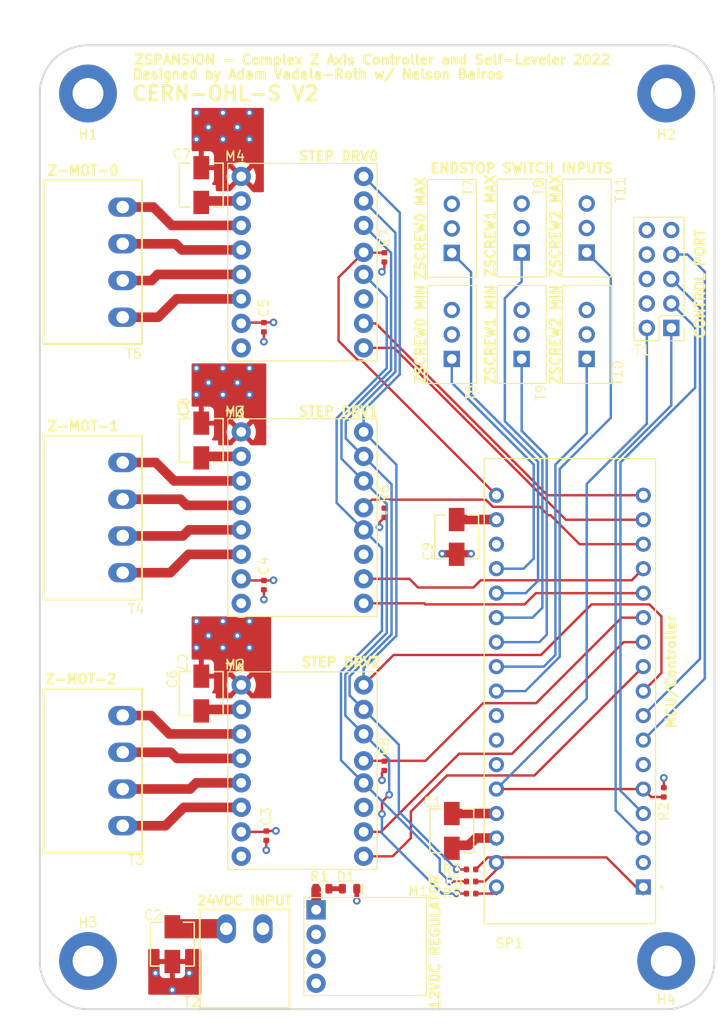
<source format=kicad_pcb>
(kicad_pcb (version 20211014) (generator pcbnew)
  (layers (0 "F.Cu" signal) (1 "In1.Cu" signal) (2 "In2.Cu" signal) (31 "B.Cu" signal) (34 "B.Paste" user) (35 "F.Paste" user) (36 "B.SilkS" user "B.Silkscreen") (37 "F.SilkS" user "F.Silkscreen") (38 "B.Mask" user) (39 "F.Mask" user) (44 "Edge.Cuts" user))
  (net 0 "")
  (net 1 "+12V")
  (net 2 "GND")
  (net 3 "+24V")
  (net 4 "+3V3")
  (net 5 "Net-(D1-Pad1)")
  (net 7 "/SPI_SDO")
  (net 8 "/SPI_CS0")
  (net 10 "/DRV1_STEP")
  (net 11 "/DRV1_DIR")
  (net 12 "/SPI_SDI")
  (net 13 "/SPI_SCK")
  (net 14 "/ENABLE")
  (net 15 "Net-(M2-Pad13)")
  (net 16 "Net-(M2-Pad11)")
  (net 17 "Net-(M2-Pad14)")
  (net 18 "Net-(M2-Pad12)")
  (net 19 "/SPI_CS1")
  (net 21 "/DRV2_STEP")
  (net 22 "/DRV2_DIR")
  (net 23 "Net-(M3-Pad13)")
  (net 24 "Net-(M3-Pad11)")
  (net 25 "Net-(M3-Pad14)")
  (net 26 "Net-(M3-Pad12)")
  (net 27 "/SPI_CS2")
  (net 29 "/DRV3_STEP")
  (net 30 "/DRV3_DIR")
  (net 31 "Net-(M4-Pad13)")
  (net 32 "Net-(M4-Pad11)")
  (net 33 "Net-(M4-Pad14)")
  (net 34 "Net-(M4-Pad12)")
  (net 36 "/UART_TX")
  (net 37 "/UART_RX")
  (net 38 "/SYS_RESET")
  (net 39 "/MASTER_STEP")
  (net 40 "/MASTER_DIR")
  (net 41 "Net-(SP1-Pad21)")
  (net 43 "Net-(SP1-Pad22)")
  (net 44 "Net-(SP1-Pad23)")
  (net 45 "Net-(SP1-Pad24)")
  (net 46 "Net-(SP1-Pad25)")
  (net 47 "Net-(SP1-Pad26)")
  (net 52 "GNDREF")
  (net 53 "Net-(M2-Pad4)")
  (net 54 "Net-(M2-Pad6)")
  (net 55 "Net-(M2-Pad7)")
  (footprint "AVR-KiCAD-Lib-Resistors:R0402" (layer "F.Cu") (at 135.75 98.5 -90)
    (fp_text reference "R6")
    (fp_text value "RC0402FR-0710KL")
  )
  (footprint "AVR-KiCAD-Lib-Holes_Fasteners:M3_HOLE" (layer "F.Cu") (at 165 145)
    (fp_text reference "H4")
    (fp_text value "M3_Plated_Hole")
  )
  (footprint "AVR-KiCAD-Lib-Holes_Fasteners:M3_HOLE" (layer "F.Cu") (at 105 55)
    (fp_text reference "H1")
    (fp_text value "M3_Plated_Hole")
  )
  (footprint "AVR-KiCAD-Lib-Diodes:LED0603" (layer "F.Cu") (at 132.14 137.5)
    (fp_text reference "D1")
    (fp_text value "LTST-C194KGKT")
  )
  (footprint "AVR-KiCAD-Lib-Capacitors:UCM1C470MCL1GS" (layer "F.Cu") (at 116.75 117.25 -90)
    (fp_text reference "C6")
    (fp_text value "UCM1C470MCL1GS" hide)
  )
  (footprint "AVR-KiCAD-Lib-Resistors:R0603" (layer "F.Cu") (at 129.32 137.5)
    (fp_text reference "R1")
    (fp_text value "AT0603FRE0710KL")
  )
  (footprint "AVR-KiCAD-Lib-Resistors:R0402" (layer "F.Cu") (at 164.75 127.5 90)
    (fp_text reference "R2")
    (fp_text value "RC0402FR-071KL")
  )
  (footprint "AVR-KiCAD-Lib-Capacitors:UCM1C470MCL1GS" (layer "F.Cu") (at 116.75 91 -90)
    (fp_text reference "C8")
    (fp_text value "UCM1C470MCL1GS" hide)
  )
  (footprint "AVR-KiCAD-Lib-Resistors:R0402" (layer "F.Cu") (at 144.75 138 180)
    (fp_text reference "R5")
    (fp_text value "RC0402FR-0722RL")
  )
  (footprint "AVR-KiCAD-Lib-Connectors:Shrouded_Pin_Header_Straight_1x03_Pitch2.54mm" (layer "F.Cu") (at 156.75 82.54 180)
    (fp_text reference "T10")
    (fp_text value "0705430002")
  )
  (footprint "AVR-KiCAD-Lib-Resistors:R0402" (layer "F.Cu") (at 123.5 132 -90)
    (fp_text reference "C3")
    (fp_text value "C0402C104K9PACTU")
  )
  (footprint "AVR-KiCAD-Lib-Modules:TMCSILENTSTEPSTICK_SPI" (layer "F.Cu") (at 127.25 99 180)
    (fp_text reference "M3")
    (fp_text value "TMCSILENTSTEPSTICK")
  )
  (footprint "Connector_PinHeader_2.54mm:PinHeader_2x05_P2.54mm_Vertical" (layer "F.Cu") (at 165.525 79.325 180)
    (fp_text reference "T1")
    (fp_text value "PRPC005DAAN-RC")
  )
  (footprint "AVR-KiCAD-Lib-Connectors:Shrouded_Pin_Header_Straight_1x03_Pitch2.54mm" (layer "F.Cu") (at 142.75 71.54 180)
    (fp_text reference "T7")
    (fp_text value "0705430002")
  )
  (footprint "AVR-KiCAD-Lib-Capacitors:UCM1C470MCL1GS" (layer "F.Cu") (at 143.25 101 -90)
    (fp_text reference "C9")
    (fp_text value "UCM1C470MCL1GS" hide)
  )
  (footprint "AVR-KiCAD-Lib-Connectors:Shrouded_Pin_Header_Straight_1x03_Pitch2.54mm" (layer "F.Cu") (at 150 71.5 180)
    (fp_text reference "T8")
    (fp_text value "0705430002")
  )
  (footprint "AVR-KiCAD-Lib-Capacitors:UCM1C470MCL1GS" (layer "F.Cu") (at 116.75 64.5 -90)
    (fp_text reference "C7")
    (fp_text value "UCM1C470MCL1GS" hide)
  )
  (footprint "AVR-KiCAD-Lib-Connectors:0395121004" (layer "F.Cu") (at 108.6 72.5 -90)
    (fp_text reference "T5")
    (fp_text value "0395121004")
  )
  (footprint "AVR-KiCAD-Lib-Resistors:R0402" (layer "F.Cu") (at 135.75 124.75 -90)
    (fp_text reference "R8")
    (fp_text value "RC0402FR-0710KL")
  )
  (footprint "AVR-KiCAD-Lib-Modules:TMCSILENTSTEPSTICK_SPI" (layer "F.Cu") (at 127.25 125.25 180)
    (fp_text reference "M2")
    (fp_text value "TMCSILENTSTEPSTICK")
  )
  (footprint "AVR-KiCAD-Lib-Capacitors:UCM1C470MCL1GS" (layer "F.Cu") (at 142.75 131.5 90)
    (fp_text reference "C1")
    (fp_text value "UCM1C470MCL1GS" hide)
  )
  (footprint "AVR-KiCAD-Lib-Resistors:R0402" (layer "F.Cu") (at 144.75 136.75 180)
    (fp_text reference "R4")
    (fp_text value "RC0402FR-0722RL")
  )
  (footprint "AVR-KiCAD-Lib-Resistors:R0402" (layer "F.Cu") (at 123.25 106 -90)
    (fp_text reference "C4")
    (fp_text value "C0402C104K9PACTU")
  )
  (footprint "AVR-KiCAD-Lib-Resistors:R0402" (layer "F.Cu") (at 123.25 79.25 -90)
    (fp_text reference "C5")
    (fp_text value "C0402C104K9PACTU")
  )
  (footprint "AVR-KiCAD-Lib-Special:ARDUINO_A000053" (layer "F.Cu") (at 155 117 180)
    (fp_text reference "SP1")
    (fp_text value "Arduino_Micro")
  )
  (footprint "AVR-KiCAD-Lib-Resistors:R0402" (layer "F.Cu") (at 144.75 135.5 180)
    (fp_text reference "R3")
    (fp_text value "RC0402FR-0722RL")
  )
  (footprint "AVR-KiCAD-Lib-Connectors:0395121004" (layer "F.Cu") (at 108.6 99 -90)
    (fp_text reference "T4")
    (fp_text value "0395121004")
  )
  (footprint "AVR-KiCAD-Lib-Modules:TMCSILENTSTEPSTICK_SPI" (layer "F.Cu") (at 127.25 72.5 180)
    (fp_text reference "M4")
    (fp_text value "TMCSILENTSTEPSTICK")
  )
  (footprint "AVR-KiCAD-Lib-Holes_Fasteners:M3_HOLE" (layer "F.Cu") (at 105 145)
    (fp_text reference "H3")
    (fp_text value "M3_Plated_Hole")
  )
  (footprint "AVR-KiCAD-Lib-Connectors:0395121004" (layer "F.Cu") (at 108.6 125.25 -90)
    (fp_text reference "T3")
    (fp_text value "0395121004")
  )
  (footprint "AVR-KiCAD-Lib-Connectors:Shrouded_Pin_Header_Straight_1x03_Pitch2.54mm" (layer "F.Cu") (at 150 82.54 180)
    (fp_text reference "T9")
    (fp_text value "0705430002")
  )
  (footprint "AVR-KiCAD-Lib-Connectors:0395121002" (layer "F.Cu") (at 121.25 141.65)
    (fp_text reference "T2")
    (fp_text value "0395121002")
  )
  (footprint "AVR-KiCAD-Lib-Holes_Fasteners:M3_HOLE" (layer "F.Cu") (at 165 55)
    (fp_text reference "H2")
    (fp_text value "M3_Plated_Hole")
  )
  (footprint "AVR-KiCAD-Lib-Connectors:Shrouded_Pin_Header_Straight_1x03_Pitch2.54mm" (layer "F.Cu") (at 156.75 71.5 180)
    (fp_text reference "T11")
    (fp_text value "0705430002")
  )
  (footprint "AVR-KiCAD-Lib-Connectors:Shrouded_Pin_Header_Straight_1x03_Pitch2.54mm" (layer "F.Cu") (at 142.75 82.54 180)
    (fp_text reference "T6")
    (fp_text value "0705430002")
  )
  (footprint "AVR-KiCAD-Lib-Capacitors:UCM1C470MCL1GS" (layer "F.Cu") (at 113.75 143.25 -90)
    (fp_text reference "C2")
    (fp_text value "UCM1C470MCL1GS" hide)
  )
  (footprint "AVR-KiCAD-Lib-Modules:D24V5F12" (layer "F.Cu") (at 128.67 139.69 -90)
    (fp_text reference "M1")
    (fp_text value "D24V5F12")
  )
  (footprint "AVR-KiCAD-Lib-Resistors:R0402" (layer "F.Cu") (at 135.75 72 -90)
    (fp_text reference "R7")
    (fp_text value "RC0402FR-0710KL")
  )
  (gr_line (start 170 145) (end 170 55) (layer "Edge.Cuts") (width 0.2))
  (gr_arc (start 105 150) (mid 101.464466 148.535534) (end 100 145) (layer "Edge.Cuts") (width 0.2))
  (gr_line (start 100 145) (end 100 55) (layer "Edge.Cuts") (width 0.2))
  (gr_line (start 105 150) (end 165 150) (layer "Edge.Cuts") (width 0.2))
  (gr_arc (start 170 145) (mid 168.535534 148.535534) (end 165 150) (layer "Edge.Cuts") (width 0.2))
  (gr_line (start 105 50) (end 165 50) (layer "Edge.Cuts") (width 0.2))
  (gr_arc (start 165 50) (mid 168.535534 51.464466) (end 170 55) (layer "Edge.Cuts") (width 0.2))
  (gr_arc (start 100 55) (mid 101.464466 51.464466) (end 105 50) (layer "Edge.Cuts") (width 0.2))
  (gr_text "ZSCREW1 MAX" (at 146.75 68.75 90) (layer "F.SilkS") (effects (font (size 1 1) (thickness 0.25))))
  (gr_text "ENDSTOP SWITCH INPUTS" (at 150 62.75) (layer "F.SilkS") (effects (font (size 1 1) (thickness 0.25))))
  (gr_text "ZSCREW0 MIN" (at 139.5 80 90) (layer "F.SilkS") (effects (font (size 1 1) (thickness 0.25))))
  (gr_text "M4" (at 120.25 114.25 -180) (layer "F.SilkS") (effects (font (size 1 1))))
  (gr_text "Z-MOT-0" (at 104.5 63) (layer "F.SilkS") (effects (font (size 1 1) (thickness 0.25))))
  (gr_text "Z-MOT-2" (at 104.25 115.75) (layer "F.SilkS") (effects (font (size 1 1) (thickness 0.25))))
  (gr_text "STEP DRV0" (at 131 61.5) (layer "F.SilkS") (effects (font (size 1 1) (thickness 0.25))))
  (gr_text "CERN-OHL-S V2" (at 119.25 55) (layer "F.SilkS") (effects (font (size 1.5 1.5) (thickness 0.3))))
  (gr_text "C7" (at 114.75 114.0534 270) (layer "F.SilkS") (effects (font (size 1 1))))
  (gr_text "Z-MOT-1" (at 104.5 89.5) (layer "F.SilkS") (effects (font (size 1 1) (thickness 0.25))))
  (gr_text "STEP DRV1" (at 131 88) (layer "F.SilkS") (effects (font (size 1 1) (thickness 0.25))))
  (gr_text "12VDC REGULATOR" (at 141 143 90) (layer "F.SilkS") (effects (font (size 1 1) (thickness 0.25))))
  (gr_text "ZSCREW2 MIN" (at 153.5 80 90) (layer "F.SilkS") (effects (font (size 1 1) (thickness 0.25))))
  (gr_text "M4" (at 120.25 88 -180) (layer "F.SilkS") (effects (font (size 1 1))))
  (gr_text "C7" (at 114.75 87.8034 270) (layer "F.SilkS") (effects (font (size 1 1))))
  (gr_text "ZSCREW2 MAX" (at 153.5 68.75 90) (layer "F.SilkS") (effects (font (size 1 1) (thickness 0.25))))
  (gr_text "ZSPANSION - Complex Z Axis Controller and Self-Leveler 2022" (at 134.5 51.5) (layer "F.SilkS") (effects (font (size 1 1) (thickness 0.25))))
  (gr_text "STEP DRV2" (at 131.25 114) (layer "F.SilkS") (effects (font (size 1 1) (thickness 0.25))))
  (gr_text "24VDC INPUT" (at 121.25 138.75) (layer "F.SilkS") (effects (font (size 1 1) (thickness 0.25))))
  (gr_text "CONTROL PORT" (at 168.5 74.75 90) (layer "F.SilkS") (effects (font (size 1 1) (thickness 0.25))))
  (gr_text "ZSCREW1 MIN" (at 146.75 80 90) (layer "F.SilkS") (effects (font (size 1 1) (thickness 0.25))))
  (gr_text "ZSCREW0 MAX" (at 139.5 69 90) (layer "F.SilkS") (effects (font (size 1 1) (thickness 0.25))))
  (gr_text "MCU/Controller" (at 165.5 115 90) (layer "F.SilkS") (effects (font (size 1 1) (thickness 0.25))))
  (gr_text "Designed by Adam Vadala-Roth w/ Nelson Bairos " (at 129.25 53) (layer "F.SilkS") (effects (font (size 1 1) (thickness 0.25))))
  (segment (start 147.38 132.24) (end 145.26 132.24) (width 1) (layer "F.Cu") (net 1))
  (segment (start 128.67 139.69) (end 128.67 137.53) (width 1) (layer "F.Cu") (net 1))
  (segment (start 145.26 132.24) (end 144.51 132.99) (width 1) (layer "F.Cu") (net 1))
  (segment (start 128.67 137.53) (end 128.64 137.5) (width 0.25) (layer "F.Cu") (net 1))
  (segment (start 144.51 132.99) (end 143.0634 132.99) (width 1) (layer "F.Cu") (net 1))
  (segment (start 143.0634 132.99) (end 142.75 133.3034) (width 0.25) (layer "F.Cu") (net 1))
  (segment (start 123.25 107.5) (end 123.25 106.483) (width 0.25) (layer "F.Cu") (net 2))
  (segment (start 120.9 66.15) (end 116.9034 66.15) (width 1) (layer "F.Cu") (net 2))
  (segment (start 123.5 133.5) (end 123.5 132.483) (width 0.25) (layer "F.Cu") (net 2))
  (segment (start 147.38 129.7) (end 147.3766 129.6966) (width 1) (layer "F.Cu") (net 2))
  (segment (start 116.9034 66.15) (end 116.75 66.3034) (width 0.25) (layer "F.Cu") (net 2))
  (segment (start 116.9034 92.65) (end 116.75 92.8034) (width 0.25) (layer "F.Cu") (net 2))
  (segment (start 120.9 92.65) (end 116.9034 92.65) (width 1) (layer "F.Cu") (net 2))
  (segment (start 132.89 137.5) (end 132.89 138.75) (width 0.5) (layer "F.Cu") (net 2))
  (segment (start 116.9034 118.9) (end 116.75 119.0534) (width 0.25) (layer "F.Cu") (net 2))
  (segment (start 123.25 79.733) (end 123.25 80.75) (width 0.25) (layer "F.Cu") (net 2))
  (segment (start 120.9 118.9) (end 116.9034 118.9) (width 1) (layer "F.Cu") (net 2))
  (segment (start 141.75 102.75) (end 144.75 102.75) (width 0.75) (layer "F.Cu") (net 2))
  (segment (start 147.3766 129.6966) (end 142.75 129.6966) (width 1) (layer "F.Cu") (net 2))
  (via (at 113.75 148) (size 0.8) (drill 0.4) (layers "F.Cu" "B.Cu") (net 2))
  (via (at 112 146.25) (size 0.8) (drill 0.4) (layers "F.Cu" "B.Cu") (net 2))
  (via (at 115.5 146.25) (size 0.8) (drill 0.4) (layers "F.Cu" "B.Cu") (net 2))
  (via (at 132.89 138.75) (size 0.8) (drill 0.4) (layers "F.Cu" "B.Cu") (net 2))
  (via (at 123.5 133.5) (size 0.8) (drill 0.4) (layers "F.Cu" "B.Cu") (net 2))
  (via (at 144.75 102.75) (size 0.8) (drill 0.4) (layers "F.Cu" "B.Cu") (net 2))
  (via (at 141.75 102.75) (size 0.8) (drill 0.4) (layers "F.Cu" "B.Cu") (net 2))
  (via (at 123.25 107.5) (size 0.8) (drill 0.4) (layers "F.Cu" "B.Cu") (net 2))
  (via (at 123.25 80.75) (size 0.8) (drill 0.4) (layers "F.Cu" "B.Cu") (net 2))
  (segment (start 113.9534 141.65) (end 119.345 141.65) (width 2) (layer "F.Cu") (net 3))
  (segment (start 113.75 141.4466) (end 113.9534 141.65) (width 0.25) (layer "F.Cu") (net 3))
  (via (at 121.75 86.25) (size 0.8) (drill 0.4) (layers "F.Cu" "B.Cu") (net 3))
  (via (at 116.25 83.5) (size 0.8) (drill 0.4) (layers "F.Cu" "B.Cu") (net 3))
  (via (at 121.75 57) (size 0.8) (drill 0.4) (layers "F.Cu" "B.Cu") (net 3))
  (via (at 121.75 83.5) (size 0.8) (drill 0.4) (layers "F.Cu" "B.Cu") (net 3))
  (via (at 119 109.75) (size 0.8) (drill 0.4) (layers "F.Cu" "B.Cu") (net 3))
  (via (at 116.25 109.75) (size 0.8) (drill 0.4) (layers "F.Cu" "B.Cu") (net 3))
  (via (at 117.5 58.5) (size 0.8) (drill 0.4) (layers "F.Cu" "B.Cu") (net 3))
  (via (at 117.5 111.25) (size 0.8) (drill 0.4) (layers "F.Cu" "B.Cu") (net 3))
  (via (at 119 86.25) (size 0.8) (drill 0.4) (layers "F.Cu" "B.Cu") (net 3))
  (via (at 120.5 111.25) (size 0.8) (drill 0.4) (layers "F.Cu" "B.Cu") (net 3))
  (via (at 117.5 85) (size 0.8) (drill 0.4) (layers "F.Cu" "B.Cu") (net 3))
  (via (at 119 57) (size 0.8) (drill 0.4) (layers "F.Cu" "B.Cu") (net 3))
  (via (at 121.75 109.75) (size 0.8) (drill 0.4) (layers "F.Cu" "B.Cu") (net 3))
  (via (at 119 59.75) (size 0.8) (drill 0.4) (layers "F.Cu" "B.Cu") (net 3))
  (via (at 120.5 58.5) (size 0.8) (drill 0.4) (layers "F.Cu" "B.Cu") (net 3))
  (via (at 119 83.5) (size 0.8) (drill 0.4) (layers "F.Cu" "B.Cu") (net 3))
  (via (at 116.25 86.25) (size 0.8) (drill 0.4) (layers "F.Cu" "B.Cu") (net 3))
  (via (at 116.25 112.5) (size 0.8) (drill 0.4) (layers "F.Cu" "B.Cu") (net 3))
  (via (at 119 112.5) (size 0.8) (drill 0.4) (layers "F.Cu" "B.Cu") (net 3))
  (via (at 116.25 57) (size 0.8) (drill 0.4) (layers "F.Cu" "B.Cu") (net 3))
  (via (at 121.75 59.75) (size 0.8) (drill 0.4) (layers "F.Cu" "B.Cu") (net 3))
  (via (at 120.5 85) (size 0.8) (drill 0.4) (layers "F.Cu" "B.Cu") (net 3))
  (via (at 116.25 59.75) (size 0.8) (drill 0.4) (layers "F.Cu" "B.Cu") (net 3))
  (via (at 121.75 112.5) (size 0.8) (drill 0.4) (layers "F.Cu" "B.Cu") (net 3))
  (segment (start 147.3566 99.1966) (end 143.25 99.1966) (width 1) (layer "F.Cu") (net 4))
  (segment (start 135.75 73.25) (end 135.75 72.483) (width 0.25) (layer "F.Cu") (net 4))
  (segment (start 123.25 105.517) (end 121.067 105.517) (width 0.25) (layer "F.Cu") (net 4))
  (segment (start 123.25 78.767) (end 120.983 78.767) (width 0.25) (layer "F.Cu") (net 4))
  (segment (start 135.25 99.483) (end 135.75 98.983) (width 0.25) (layer "F.Cu") (net 4))
  (segment (start 120.983 78.767) (end 120.9 78.85) (width 0.25) (layer "F.Cu") (net 4))
  (segment (start 121.067 105.517) (end 120.9 105.35) (width 0.25) (layer "F.Cu") (net 4))
  (segment (start 124.25 78.75) (end 123.267 78.75) (width 0.25) (layer "F.Cu") (net 4))
  (segment (start 123.25 105.517) (end 124.233 105.517) (width 0.25) (layer "F.Cu") (net 4))
  (segment (start 123.267 78.75) (end 123.25 78.767) (width 0.25) (layer "F.Cu") (net 4))
  (segment (start 147.38 99.22) (end 147.3566 99.1966) (width 1) (layer "F.Cu") (net 4))
  (segment (start 123.517 131.5) (end 123.5 131.517) (width 0.25) (layer "F.Cu") (net 4))
  (segment (start 123.5 131.517) (end 123.417 131.6) (width 0.25) (layer "F.Cu") (net 4))
  (segment (start 124.5 131.5) (end 123.517 131.5) (width 0.25) (layer "F.Cu") (net 4))
  (segment (start 164.75 127.017) (end 164.75 126) (width 0.25) (layer "F.Cu") (net 4))
  (segment (start 135.5 125.483) (end 135.75 125.233) (width 0.25) (layer "F.Cu") (net 4))
  (segment (start 124.233 105.517) (end 124.25 105.5) (width 0.25) (layer "F.Cu") (net 4))
  (segment (start 135.5 73.5) (end 135.75 73.25) (width 0.25) (layer "F.Cu") (net 4))
  (segment (start 135.25 100) (end 135.25 99.483) (width 0.25) (layer "F.Cu") (net 4))
  (segment (start 135.5 126.25) (end 135.5 125.483) (width 0.25) (layer "F.Cu") (net 4))
  (segment (start 123.417 131.6) (end 120.9 131.6) (width 0.25) (layer "F.Cu") (net 4))
  (via (at 124.5 131.5) (size 0.8) (drill 0.4) (layers "F.Cu" "B.Cu") (net 4))
  (via (at 135.25 100) (size 0.8) (drill 0.4) (layers "F.Cu" "B.Cu") (net 4))
  (via (at 124.25 105.5) (size 0.8) (drill 0.4) (layers "F.Cu" "B.Cu") (net 4))
  (via (at 135.5 126.25) (size 0.8) (drill 0.4) (layers "F.Cu" "B.Cu") (net 4))
  (via (at 124.25 78.75) (size 0.8) (drill 0.4) (layers "F.Cu" "B.Cu") (net 4))
  (via (at 164.75 126) (size 0.8) (drill 0.4) (layers "F.Cu" "B.Cu") (net 4))
  (via (at 135.5 73.5) (size 0.8) (drill 0.4) (layers "F.Cu" "B.Cu") (net 4))
  (segment (start 130 137.5) (end 131.39 137.5) (width 0.5) (layer "F.Cu") (net 5))
  (segment (start 145.233 136.75) (end 146.16 136.75) (width 0.25) (layer "F.Cu") (net 7))
  (segment (start 146.16 136.75) (end 147.38 135.53) (width 0.25) (layer "F.Cu") (net 7))
  (segment (start 151.5 118.25) (end 160.37 109.38) (width 0.25) (layer "F.Cu") (net 8))
  (segment (start 140.02 124.23) (end 146 118.25) (width 0.25) (layer "F.Cu") (net 8))
  (segment (start 160.37 109.38) (end 162.62 109.38) (width 0.25) (layer "F.Cu") (net 8))
  (segment (start 146 118.25) (end 151.5 118.25) (width 0.25) (layer "F.Cu") (net 8))
  (segment (start 133.6 124.23) (end 140.02 124.23) (width 0.25) (layer "F.Cu") (net 8))
  (segment (start 133.6 131.6) (end 135.4 131.6) (width 0.25) (layer "F.Cu") (net 10))
  (segment (start 160.58 111.92) (end 162.62 111.92) (width 0.25) (layer "F.Cu") (net 10))
  (segment (start 149 123.5) (end 160.58 111.92) (width 0.25) (layer "F.Cu") (net 10))
  (segment (start 135.4 131.6) (end 143.5 123.5) (width 0.25) (layer "F.Cu") (net 10))
  (segment (start 143.5 123.5) (end 149 123.5) (width 0.25) (layer "F.Cu") (net 10))
  (segment (start 133.6 134.14) (end 136.61 134.14) (width 0.25) (layer "F.Cu") (net 11))
  (segment (start 138.5 132.25) (end 138.5 129.5) (width 0.25) (layer "F.Cu") (net 11))
  (segment (start 151.33 125.75) (end 162.62 114.46) (width 0.25) (layer "F.Cu") (net 11))
  (segment (start 138.5 129.5) (end 142.25 125.75) (width 0.25) (layer "F.Cu") (net 11))
  (segment (start 136.61 134.14) (end 138.5 132.25) (width 0.25) (layer "F.Cu") (net 11))
  (segment (start 142.25 125.75) (end 151.33 125.75) (width 0.25) (layer "F.Cu") (net 11))
  (segment (start 145.233 138) (end 147.31 138) (width 0.25) (layer "F.Cu") (net 12))
  (segment (start 147.31 138) (end 147.38 138.07) (width 0.25) (layer "F.Cu") (net 12))
  (segment (start 145.233 135.5) (end 146.483 134.25) (width 0.25) (layer "F.Cu") (net 13))
  (segment (start 158.8 134.25) (end 162.62 138.07) (width 0.25) (layer "F.Cu") (net 13))
  (segment (start 146.483 134.25) (end 158.8 134.25) (width 0.25) (layer "F.Cu") (net 13))
  (segment (start 164.5 115.12) (end 164.5 109.25) (width 0.25) (layer "F.Cu") (net 14))
  (segment (start 152 113.25) (end 136.71 113.25) (width 0.25) (layer "F.Cu") (net 14))
  (segment (start 163.25 108) (end 157.25 108) (width 0.25) (layer "F.Cu") (net 14))
  (segment (start 164.5 109.25) (end 163.25 108) (width 0.25) (layer "F.Cu") (net 14))
  (segment (start 157.25 108) (end 152 113.25) (width 0.25) (layer "F.Cu") (net 14))
  (segment (start 136.71 113.25) (end 133.6 116.36) (width 0.25) (layer "F.Cu") (net 14))
  (segment (start 162.62 117) (end 164.5 115.12) (width 0.25) (layer "F.Cu") (net 14))
  (segment (start 133.6 90.11) (end 133.6 87.9) (width 0.25) (layer "B.Cu") (net 14))
  (segment (start 137.348531 84.151469) (end 137.348531 67.358531) (width 0.25) (layer "B.Cu") (net 14))
  (segment (start 137 111.25) (end 137 93.51) (width 0.25) (layer "B.Cu") (net 14))
  (segment (start 133.6 116.36) (end 133.6 114.65) (width 0.25) (layer "B.Cu") (net 14))
  (segment (start 133.6 87.9) (end 137.348531 84.151469) (width 0.25) (layer "B.Cu") (net 14))
  (segment (start 137 93.51) (end 133.6 90.11) (width 0.25) (layer "B.Cu") (net 14))
  (segment (start 133.6 114.65) (end 137 111.25) (width 0.25) (layer "B.Cu") (net 14))
  (segment (start 137.348531 67.358531) (end 133.6 63.61) (width 0.25) (layer "B.Cu") (net 14))
  (segment (start 115.595 127.155) (end 116.23 126.52) (width 1) (layer "F.Cu") (net 15))
  (segment (start 116.23 126.52) (end 120.9 126.52) (width 1) (layer "F.Cu") (net 15))
  (segment (start 108.6 127.155) (end 115.595 127.155) (width 1) (layer "F.Cu") (net 15))
  (segment (start 113.44 121.44) (end 111.535 119.535) (width 1) (layer "F.Cu") (net 16))
  (segment (start 111.535 119.535) (end 108.6 119.535) (width 1) (layer "F.Cu") (net 16))
  (segment (start 120.9 121.44) (end 113.44 121.44) (width 1) (layer "F.Cu") (net 16))
  (segment (start 113.035 130.965) (end 114.94 129.06) (width 1) (layer "F.Cu") (net 17))
  (segment (start 108.6 130.965) (end 113.035 130.965) (width 1) (layer "F.Cu") (net 17))
  (segment (start 114.94 129.06) (end 120.9 129.06) (width 1) (layer "F.Cu") (net 17))
  (segment (start 120.9 123.98) (end 114.23 123.98) (width 1) (layer "F.Cu") (net 18))
  (segment (start 114.23 123.98) (end 113.595 123.345) (width 1) (layer "F.Cu") (net 18))
  (segment (start 113.595 123.345) (end 108.6 123.345) (width 1) (layer "F.Cu") (net 18))
  (segment (start 151.87952 97.87952) (end 147.007039 97.87952) (width 0.25) (layer "F.Cu") (net 19))
  (segment (start 156.01 101.76) (end 153 98.75) (width 0.25) (layer "F.Cu") (net 19))
  (segment (start 152.75 98.75) (end 151.87952 97.87952) (width 0.25) (layer "F.Cu") (net 19))
  (segment (start 153 98.75) (end 152.75 98.75) (width 0.25) (layer "F.Cu") (net 19))
  (segment (start 146.268089 97.14057) (end 134.43943 97.14057) (width 0.25) (layer "F.Cu") (net 19))
  (segment (start 162.62 101.76) (end 156.01 101.76) (width 0.25) (layer "F.Cu") (net 19))
  (segment (start 134.43943 97.14057) (end 133.6 97.98) (width 0.25) (layer "F.Cu") (net 19))
  (segment (start 147.007039 97.87952) (end 146.268089 97.14057) (width 0.25) (layer "F.Cu") (net 19))
  (segment (start 161.42 105.5) (end 162.62 104.3) (width 0.25) (layer "F.Cu") (net 21))
  (segment (start 139.25 106.25) (end 145 106.25) (width 0.25) (layer "F.Cu") (net 21))
  (segment (start 133.6 105.35) (end 138.35 105.35) (width 0.25) (layer "F.Cu") (net 21))
  (segment (start 138.35 105.35) (end 139.25 106.25) (width 0.25) (layer "F.Cu") (net 21))
  (segment (start 145 106.25) (end 145.75 105.5) (width 0.25) (layer "F.Cu") (net 21))
  (segment (start 145.75 105.5) (end 161.42 105.5) (width 0.25) (layer "F.Cu") (net 21))
  (segment (start 140 108) (end 150.307148 108) (width 0.25) (layer "F.Cu") (net 22))
  (segment (start 151.467148 106.84) (end 162.62 106.84) (width 0.25) (layer "F.Cu") (net 22))
  (segment (start 139.89 107.89) (end 140 108) (width 0.25) (layer "F.Cu") (net 22))
  (segment (start 150.307148 108) (end 151.467148 106.84) (width 0.25) (layer "F.Cu") (net 22))
  (segment (start 133.6 107.89) (end 139.89 107.89) (width 0.25) (layer "F.Cu") (net 22))
  (segment (start 108.6 100.905) (end 114.845 100.905) (width 1) (layer "F.Cu") (net 23))
  (segment (start 115.48 100.27) (end 120.9 100.27) (width 1) (layer "F.Cu") (net 23))
  (segment (start 114.845 100.905) (end 115.48 100.27) (width 1) (layer "F.Cu") (net 23))
  (segment (start 120.9 95.19) (end 113.94 95.19) (width 1) (layer "F.Cu") (net 24))
  (segment (start 112.035 93.285) (end 108.6 93.285) (width 1) (layer "F.Cu") (net 24))
  (segment (start 113.94 95.19) (end 112.035 93.285) (width 1) (layer "F.Cu") (net 24))
  (segment (start 113.535 104.715) (end 108.6 104.715) (width 1) (layer "F.Cu") (net 25))
  (segment (start 120.9 102.81) (end 115.44 102.81) (width 1) (layer "F.Cu") (net 25))
  (segment (start 115.44 102.81) (end 113.535 104.715) (width 1) (layer "F.Cu") (net 25))
  (segment (start 115.23 97.73) (end 120.9 97.73) (width 1) (layer "F.Cu") (net 26))
  (segment (start 108.6 97.095) (end 114.595 97.095) (width 1) (layer "F.Cu") (net 26))
  (segment (start 114.595 97.095) (end 115.23 97.73) (width 1) (layer "F.Cu") (net 26))
  (segment (start 135.75 71.517) (end 133.637 71.517) (width 0.25) (layer "F.Cu") (net 27))
  (segment (start 133.051368 82.714511) (end 131 80.663143) (width 0.25) (layer "F.Cu") (net 27))
  (segment (start 133.637 71.517) (end 133.6 71.48) (width 0.25) (layer "F.Cu") (net 27))
  (segment (start 131 80.663143) (end 131 74.08) (width 0.25) (layer "F.Cu") (net 27))
  (segment (start 133.414511 82.714511) (end 133.051368 82.714511) (width 0.25) (layer "F.Cu") (net 27))
  (segment (start 131 74.08) (end 133.6 71.48) (width 0.25) (layer "F.Cu") (net 27))
  (segment (start 147.38 96.68) (end 133.414511 82.714511) (width 0.25) (layer "F.Cu") (net 27))
  (segment (start 152.68 96.68) (end 162.62 96.68) (width 0.25) (layer "F.Cu") (net 29))
  (segment (start 133.6 78.85) (end 134.85 78.85) (width 0.25) (layer "F.Cu") (net 29))
  (segment (start 134.85 78.85) (end 152.68 96.68) (width 0.25) (layer "F.Cu") (net 29))
  (segment (start 154.584296 99.22) (end 162.62 99.22) (width 0.25) (layer "F.Cu") (net 30))
  (segment (start 136.754296 81.39) (end 154.584296 99.22) (width 0.25) (layer "F.Cu") (net 30))
  (segment (start 133.6 81.39) (end 136.754296 81.39) (width 0.25) (layer "F.Cu") (net 30))
  (segment (start 120.9 73.77) (end 112.23 73.77) (width 1) (layer "F.Cu") (net 31))
  (segment (start 111.595 74.405) (end 108.6 74.405) (width 1) (layer "F.Cu") (net 31))
  (segment (start 112.23 73.77) (end 111.595 74.405) (width 1) (layer "F.Cu") (net 31))
  (segment (start 111.785 66.785) (end 108.6 66.785) (width 1) (layer "F.Cu") (net 32))
  (segment (start 113.69 68.69) (end 111.785 66.785) (width 1) (layer "F.Cu") (net 32))
  (segment (start 120.9 68.69) (end 113.69 68.69) (width 1) (layer "F.Cu") (net 32))
  (segment (start 114.19 76.31) (end 112.285 78.215) (width 1) (layer "F.Cu") (net 33))
  (segment (start 112.285 78.215) (end 108.6 78.215) (width 1) (layer "F.Cu") (net 33))
  (segment (start 120.9 76.31) (end 114.19 76.31) (width 1) (layer "F.Cu") (net 33))
  (segment (start 114.73 71.23) (end 114.095 70.595) (width 1) (layer "F.Cu") (net 34))
  (segment (start 114.095 70.595) (end 108.6 70.595) (width 1) (layer "F.Cu") (net 34))
  (segment (start 120.9 71.23) (end 114.73 71.23) (width 1) (layer "F.Cu") (net 34))
  (segment (start 159.75 129.37) (end 159.75 93.135704) (width 0.25) (layer "B.Cu") (net 36))
  (segment (start 159.75 93.135704) (end 165.525 87.360704) (width 0.25) (layer "B.Cu") (net 36))
  (segment (start 162.62 132.24) (end 159.75 129.37) (width 0.25) (layer "B.Cu") (net 36))
  (segment (start 165.525 87.360704) (end 165.525 79.325) (width 0.25) (layer "B.Cu") (net 36))
  (segment (start 160.25 93.271408) (end 160.25 127.33) (width 0.25) (layer "B.Cu") (net 37))
  (segment (start 165.525 76.785) (end 168 79.26) (width 0.25) (layer "B.Cu") (net 37))
  (segment (start 168 79.26) (end 168 85.521408) (width 0.25) (layer "B.Cu") (net 37))
  (segment (start 160.25 127.33) (end 162.62 129.7) (width 0.25) (layer "B.Cu") (net 37))
  (segment (start 168 85.521408) (end 160.25 93.271408) (width 0.25) (layer "B.Cu") (net 37))
  (segment (start 163.443 127.983) (end 164.75 127.983) (width 0.25) (layer "F.Cu") (net 38))
  (segment (start 147.38 127.16) (end 162.62 127.16) (width 0.25) (layer "F.Cu") (net 38))
  (segment (start 162.62 127.16) (end 163.443 127.983) (width 0.25) (layer "F.Cu") (net 38))
  (segment (start 156.75 95.5) (end 156.75 117.79) (width 0.25) (layer "B.Cu") (net 38))
  (segment (start 162.985 79.325) (end 162.985 89.265) (width 0.25) (layer "B.Cu") (net 38))
  (segment (start 162.985 89.265) (end 156.75 95.5) (width 0.25) (layer "B.Cu") (net 38))
  (segment (start 156.75 117.79) (end 147.38 127.16) (width 0.25) (layer "B.Cu") (net 38))
  (segment (start 167.205 71.705) (end 169 73.5) (width 0.25) (layer "B.Cu") (net 39))
  (segment (start 169 115.7) (end 162.62 122.08) (width 0.25) (layer "B.Cu") (net 39))
  (segment (start 169 73.5) (end 169 115.7) (width 0.25) (layer "B.Cu") (net 39))
  (segment (start 165.525 71.705) (end 167.205 71.705) (width 0.25) (layer "B.Cu") (net 39))
  (segment (start 162.62 119.54) (end 168.5 113.66) (width 0.25) (layer "B.Cu") (net 40))
  (segment (start 168.5 77.22) (end 165.525 74.245) (width 0.25) (layer "B.Cu") (net 40))
  (segment (start 168.5 113.66) (end 168.5 77.22) (width 0.25) (layer "B.Cu") (net 40))
  (segment (start 150.2 104.3) (end 151.25 103.25) (width 0.25) (layer "B.Cu") (net 41))
  (segment (start 142.75 85) (end 142.75 82.54) (width 0.25) (layer "B.Cu") (net 41))
  (segment (start 147.38 104.3) (end 150.2 104.3) (width 0.25) (layer "B.Cu") (net 41))
  (segment (start 151.25 93.5) (end 142.75 85) (width 0.25) (layer "B.Cu") (net 41))
  (segment (start 151.25 103.25) (end 151.25 93.5) (width 0.25) (layer "B.Cu") (net 41))
  (segment (start 144.75 86.25) (end 144.75 73.54) (width 0.25) (layer "B.Cu") (net 43))
  (segment (start 144.75 73.54) (end 142.75 71.54) (width 0.25) (layer "B.Cu") (net 43))
  (segment (start 151.69951 93.19951) (end 144.75 86.25) (width 0.25) (layer "B.Cu") (net 43))
  (segment (start 150.41 106.84) (end 151.69951 105.55049) (width 0.25) (layer "B.Cu") (net 43))
  (segment (start 151.69951 105.55049) (end 151.69951 93.19951) (width 0.25) (layer "B.Cu") (net 43))
  (segment (start 147.38 106.84) (end 150.41 106.84) (width 0.25) (layer "B.Cu") (net 43))
  (segment (start 152.149021 108.350979) (end 152.149021 92.899021) (width 0.25) (layer "B.Cu") (net 44))
  (segment (start 148.25 89) (end 148.25 76.25) (width 0.25) (layer "B.Cu") (net 44))
  (segment (start 152.149021 92.899021) (end 148.25 89) (width 0.25) (layer "B.Cu") (net 44))
  (segment (start 147.38 109.38) (end 151.12 109.38) (width 0.25) (layer "B.Cu") (net 44))
  (segment (start 150 74.5) (end 150 71.5) (width 0.25) (layer "B.Cu") (net 44))
  (segment (start 148.25 76.25) (end 150 74.5) (width 0.25) (layer "B.Cu") (net 44))
  (segment (start 151.12 109.38) (end 152.149021 108.350979) (width 0.25) (layer "B.Cu") (net 44))
  (segment (start 147.38 111.92) (end 151.83 111.92) (width 0.25) (layer "B.Cu") (net 45))
  (segment (start 152.598534 111.151466) (end 152.598534 92.598534) (width 0.25) (layer "B.Cu") (net 45))
  (segment (start 152.598534 92.598534) (end 150 90) (width 0.25) (layer "B.Cu") (net 45))
  (segment (start 150 90) (end 150 82.54) (width 0.25) (layer "B.Cu") (net 45))
  (segment (start 151.83 111.92) (end 152.598534 111.151466) (width 0.25) (layer "B.Cu") (net 45))
  (segment (start 152.29 114.46) (end 153.5 113.25) (width 0.25) (layer "B.Cu") (net 46))
  (segment (start 156.75 90.25) (end 156.75 82.54) (width 0.25) (layer "B.Cu") (net 46))
  (segment (start 153.5 113.25) (end 153.5 93.5) (width 0.25) (layer "B.Cu") (net 46))
  (segment (start 153.5 93.5) (end 156.75 90.25) (width 0.25) (layer "B.Cu") (net 46))
  (segment (start 147.38 114.46) (end 152.29 114.46) (width 0.25) (layer "B.Cu") (net 46))
  (segment (start 150.385704 117) (end 153.949511 113.436193) (width 0.25) (layer "B.Cu") (net 47))
  (segment (start 153.949511 113.436193) (end 153.949511 93.949511) (width 0.25) (layer "B.Cu") (net 47))
  (segment (start 159.25 88.649022) (end 159.25 74) (width 0.25) (layer "B.Cu") (net 47))
  (segment (start 153.949511 93.949511) (end 159.25 88.649022) (width 0.25) (layer "B.Cu") (net 47))
  (segment (start 159.25 74) (end 156.75 71.5) (width 0.25) (layer "B.Cu") (net 47))
  (segment (start 147.38 117) (end 150.385704 117) (width 0.25) (layer "B.Cu") (net 47))
  (segment (start 144.267 136.75) (end 142.5 136.75) (width 0.25) (layer "F.Cu") (net 53))
  (via (at 142.5 136.75) (size 0.8) (drill 0.4) (layers "F.Cu" "B.Cu") (net 53))
  (segment (start 131.25 124.17) (end 131.25 115) (width 0.25) (layer "B.Cu") (net 53))
  (segment (start 141.5 135.75) (end 142.5 136.75) (width 0.25) (layer "B.Cu") (net 53))
  (segment (start 136 76.17) (end 133.6 73.77) (width 0.25) (layer "B.Cu") (net 53))
  (segment (start 133.6 126.52) (end 131.25 124.17) (width 0.25) (layer "B.Cu") (net 53))
  (segment (start 135.5 102.17) (end 133.6 100.27) (width 0.25) (layer "B.Cu") (net 53))
  (segment (start 130.800489 97.470489) (end 130.800489 88.699511) (width 0.25) (layer "B.Cu") (net 53))
  (segment (start 131.25 115) (end 135.5 110.75) (width 0.25) (layer "B.Cu") (net 53))
  (segment (start 136 83.5) (end 136 76.17) (width 0.25) (layer "B.Cu") (net 53))
  (segment (start 133.6 100.27) (end 130.800489 97.470489) (width 0.25) (layer "B.Cu") (net 53))
  (segment (start 141.5 134.42) (end 141.5 135.75) (width 0.25) (layer "B.Cu") (net 53))
  (segment (start 135.5 110.75) (end 135.5 102.17) (width 0.25) (layer "B.Cu") (net 53))
  (segment (start 130.800489 88.699511) (end 136 83.5) (width 0.25) (layer "B.Cu") (net 53))
  (segment (start 133.6 126.52) (end 141.5 134.42) (width 0.25) (layer "B.Cu") (net 53))
  (segment (start 135.5 129.75) (end 135.5 128.5) (width 0.25) (layer "F.Cu") (net 54))
  (segment (start 135.5 128.5) (end 136.25 127.75) (width 0.25) (layer "F.Cu") (net 54))
  (segment (start 144.267 138) (end 143.25 138) (width 0.25) (layer "F.Cu") (net 54))
  (via (at 143.25 138) (size 0.8) (drill 0.4) (layers "F.Cu" "B.Cu") (net 54))
  (via (at 135.5 129.75) (size 0.8) (drill 0.4) (layers "F.Cu" "B.Cu") (net 54))
  (via (at 136.25 127.75) (size 0.8) (drill 0.4) (layers "F.Cu" "B.Cu") (net 54))
  (segment (start 136.44951 71.53951) (end 133.6 68.69) (width 0.25) (layer "B.Cu") (net 54))
  (segment (start 136.25 127.75) (end 136.25 124.09) (width 0.25) (layer "B.Cu") (net 54))
  (segment (start 136.449511 83.686193) (end 136.44951 71.53951) (width 0.25) (layer "B.Cu") (net 54))
  (segment (start 136 110.978592) (end 136 97.59) (width 0.25) (layer "B.Cu") (net 54))
  (segment (start 135.5 131.75) (end 135.5 129.75) (width 0.25) (layer "B.Cu") (net 54))
  (segment (start 133.6 95.19) (end 131.30049 92.89049) (width 0.25) (layer "B.Cu") (net 54))
  (segment (start 133.6 121.44) (end 131.699511 119.539511) (width 0.25) (layer "B.Cu") (net 54))
  (segment (start 131.699511 115.279081) (end 136 110.978592) (width 0.25) (layer "B.Cu") (net 54))
  (segment (start 131.30049 88.835214) (end 136.449511 83.686193) (width 0.25) (layer "B.Cu") (net 54))
  (segment (start 143.25 138) (end 141.75 138) (width 0.25) (layer "B.Cu") (net 54))
  (segment (start 141.75 138) (end 135.5 131.75) (width 0.25) (layer "B.Cu") (net 54))
  (segment (start 136.25 124.09) (end 133.6 121.44) (width 0.25) (layer "B.Cu") (net 54))
  (segment (start 131.699511 119.539511) (end 131.699511 115.279081) (width 0.25) (layer "B.Cu") (net 54))
  (segment (start 136 97.59) (end 133.6 95.19) (width 0.25) (layer "B.Cu") (net 54))
  (segment (start 131.30049 92.89049) (end 131.30049 88.835214) (width 0.25) (layer "B.Cu") (net 54))
  (segment (start 144.267 135.5) (end 143.25 135.5) (width 0.25) (layer "F.Cu") (net 55))
  (via (at 143.25 135.5) (size 0.8) (drill 0.4) (layers "F.Cu" "B.Cu") (net 55))
  (segment (start 136.5 95.55) (end 136.5 111.114296) (width 0.25) (layer "B.Cu") (net 55))
  (segment (start 136.5 111.114296) (end 132.149022 115.465274) (width 0.25) (layer "B.Cu") (net 55))
  (segment (start 133.6 66.15) (end 136.899021 69.449021) (width 0.25) (layer "B.Cu") (net 55))
  (segment (start 131.750001 89.021407) (end 131.75 90.8) (width 0.25) (layer "B.Cu") (net 55))
  (segment (start 137.25 122.55) (end 137.25 129.5) (width 0.25) (layer "B.Cu") (net 55))
  (segment (start 136.899021 69.449021) (end 136.899021 83.872387) (width 0.25) (layer "B.Cu") (net 55))
  (segment (start 131.75 90.8) (end 133.6 92.65) (width 0.25) (layer "B.Cu") (net 55))
  (segment (start 137.25 129.5) (end 143.25 135.5) (width 0.25) (layer "B.Cu") (net 55))
  (segment (start 132.149022 117.449022) (end 133.6 118.9) (width 0.25) (layer "B.Cu") (net 55))
  (segment (start 136.899021 83.872387) (end 131.750001 89.021407) (width 0.25) (layer "B.Cu") (net 55))
  (segment (start 132.149022 115.465274) (end 132.149022 117.449022) (width 0.25) (layer "B.Cu") (net 55))
  (segment (start 133.6 92.65) (end 136.5 95.55) (width 0.25) (layer "B.Cu") (net 55))
  (segment (start 133.6 118.9) (end 137.25 122.55) (width 0.25) (layer "B.Cu") (net 55))
  (zone (net 3) (net_name "+24V") (layer "F.Cu") (connect_pads (clearance 0.508)) (min_thickness 0.254) (fill yes (thermal_gap 0.508) (thermal_bridge_width 0.508))
    (polygon (pts (xy 123.25 65.25) (xy 118.25 65.25) (xy 118.25 64.5) (xy 115.75 64.5) (xy 115.75 56.5) (xy 123.25 56.5)))
  )
  (zone (net 3) (net_name "+24V") (layer "F.Cu") (connect_pads (clearance 0.508)) (min_thickness 0.254) (fill yes (thermal_gap 0.508) (thermal_bridge_width 0.508))
    (polygon (pts (xy 124 117.75) (xy 118.25 117.75) (xy 118.25 117.25) (xy 115.75 117.25) (xy 115.75 109.25) (xy 124 109.25)))
  )
  (zone (net 3) (net_name "+24V") (layer "F.Cu") (connect_pads (clearance 0.508)) (min_thickness 0.254) (fill yes (thermal_gap 0.508) (thermal_bridge_width 0.508))
    (polygon (pts (xy 123.5 91.5) (xy 118.5 91.5) (xy 118.5 91) (xy 115.75 91) (xy 115.75 83) (xy 123.5 83)))
  )
  (zone (net 2) (net_name "GND") (layer "F.Cu") (connect_pads (clearance 0.508)) (min_thickness 0.254) (fill yes (thermal_gap 0.508) (thermal_bridge_width 0.508))
    (polygon (pts (xy 116.75 148.5) (xy 111.25 148.5) (xy 111.25 143.75) (xy 116.75 143.75)))
  )
)
</source>
